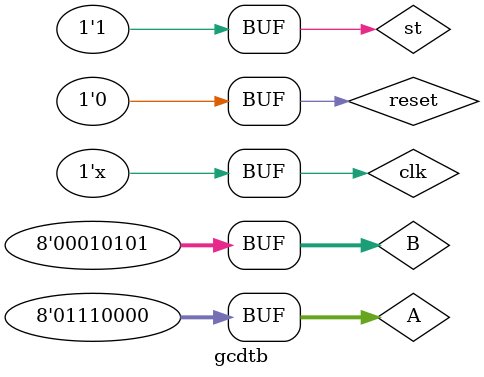
<source format=v>
`timescale 1ns / 1ps


module gcdtb();
reg clk=0, st=0, reset=1;
reg [7:0] A,B;
wire [7:0] a,b;
wire [1:0] sela,selb;
GCDdp datapath (a,b,gt,eq,lt,A,B,sela,selb,ld,clk,reset);
gcdcp controller (ld,done,sela,selb,gt,eq,lt,st,clk);
initial begin A=8'h70; B=8'h15; end
always #5 clk = ~clk;
initial begin #3 st=1; reset=0; end
endmodule

</source>
